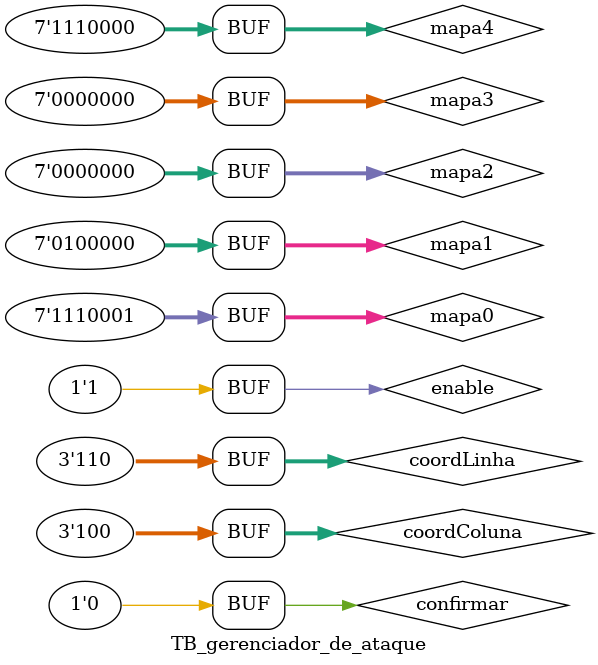
<source format=v>
module gerenciador_de_ataque(
  coordColuna, coordLinha, enable,
  confirmar,
  mapa0, mapa1, mapa2, mapa3, mapa4,
  matriz0, matriz1, matriz2, matriz3, matriz4,
);
  input [2:0] coordColuna, coordLinha; // coluna e linha da matriz de leds
  input enable, confirmar; // habilita a matriz de leds e confirma a selecao
  input [6:0] mapa0, mapa1, mapa2, mapa3, mapa4; // mapa final do jogo

  output reg [6:0] matriz0, matriz1, matriz2, matriz3, matriz4; // mapa atual de bits da matriz de leds

  // inicializa a matriz
  initial begin
    matriz0 <= 7'b0000000;
    matriz1 <= 7'b0000000;
    matriz2 <= 7'b0000000;
    matriz3 <= 7'b0000000;
    matriz4 <= 7'b0000000;
  end

  always @(posedge confirmar) begin
    if (enable) begin
        if(coordLinha != 3'b111) begin
          if(coordColuna == 3'b000) begin
            matriz0[coordLinha] <= mapa0[coordLinha];
          end else if(coordColuna == 3'b001) begin
            matriz1[coordLinha] <= mapa1[coordLinha];
          end else if(coordColuna == 3'b010) begin
            matriz2[coordLinha] <= mapa2[coordLinha];
          end else if(coordColuna == 3'b011) begin
            matriz3[coordLinha] <= mapa3[coordLinha];
          end else if(coordColuna == 3'b100) begin
            matriz4[coordLinha] <= mapa4[coordLinha];
          end
        end
    end
  end
endmodule


module TB_gerenciador_de_ataque();
  reg [2:0] coordColuna, coordLinha;
  reg enable, confirmar;

  wire [6:0] mapa0, mapa1, mapa2, mapa3, mapa4;
  wire [6:0] matriz0, matriz1, matriz2, matriz3, matriz4;

  assign mapa0 = 7'b1110001;
  assign mapa1 = 7'b0100000;
  assign mapa2 = 7'b0000000;
  assign mapa3 = 7'b0000000;
  assign mapa4 = 7'b1110000;

  gerenciador_de_ataque gerenciador_de_ataque(.coordColuna(coordColuna), .coordLinha(coordLinha), .enable(enable), .confirmar(confirmar), .mapa0(mapa0), .mapa1(mapa1), .mapa2(mapa2), .mapa3(mapa3), .mapa4(mapa4), .matriz0(matriz0), .matriz1(matriz1), .matriz2(matriz2), .matriz3(matriz3), .matriz4(matriz4));

  initial begin
    enable = 1;
    confirmar = 0;

    coordColuna = 000;  coordLinha = 000; confirmar = 1; #10;
    confirmar = 0; #10;
    coordColuna = 000;  coordLinha = 001; confirmar = 1; #10;
    confirmar = 0; #10;

    coordColuna = 001;  coordLinha = 101; confirmar = 1; #10;
    confirmar = 0; #10;

    coordColuna = 011;  coordLinha = 101; confirmar = 1; #10;
    confirmar = 0; #10;

    coordColuna = 100;  coordLinha = 110; confirmar = 1; #10;
    confirmar = 0; #10;
  end

endmodule
</source>
